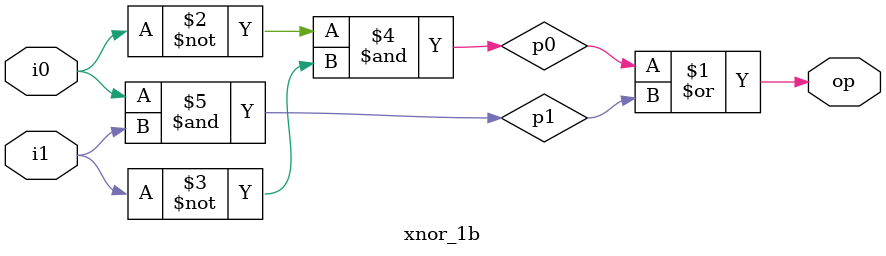
<source format=v>
module xnor_1b
   // I/O ports
   (
    input wire i0, i1,
    output wire op
   );

   // signal declaration
   wire p0, p1;

   // sum of two product terms
   assign op = p0 | p1;
   // product terms
   assign p0 = ~i0 & ~i1;
   assign p1 = i0 & i1;

endmodule
</source>
